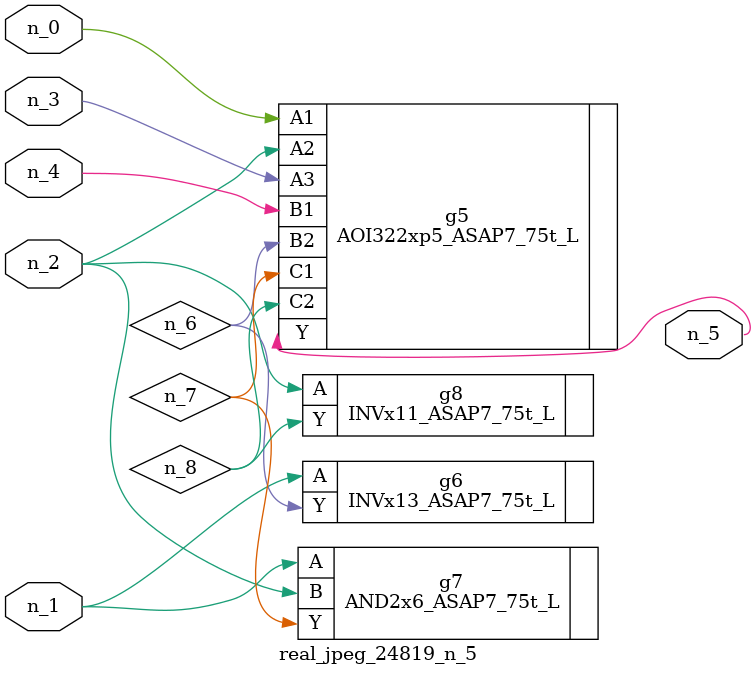
<source format=v>
module real_jpeg_24819_n_5 (n_4, n_0, n_1, n_2, n_3, n_5);

input n_4;
input n_0;
input n_1;
input n_2;
input n_3;

output n_5;

wire n_8;
wire n_6;
wire n_7;

AOI322xp5_ASAP7_75t_L g5 ( 
.A1(n_0),
.A2(n_2),
.A3(n_3),
.B1(n_4),
.B2(n_6),
.C1(n_7),
.C2(n_8),
.Y(n_5)
);

INVx13_ASAP7_75t_L g6 ( 
.A(n_1),
.Y(n_6)
);

AND2x6_ASAP7_75t_L g7 ( 
.A(n_1),
.B(n_2),
.Y(n_7)
);

INVx11_ASAP7_75t_L g8 ( 
.A(n_2),
.Y(n_8)
);


endmodule
</source>
